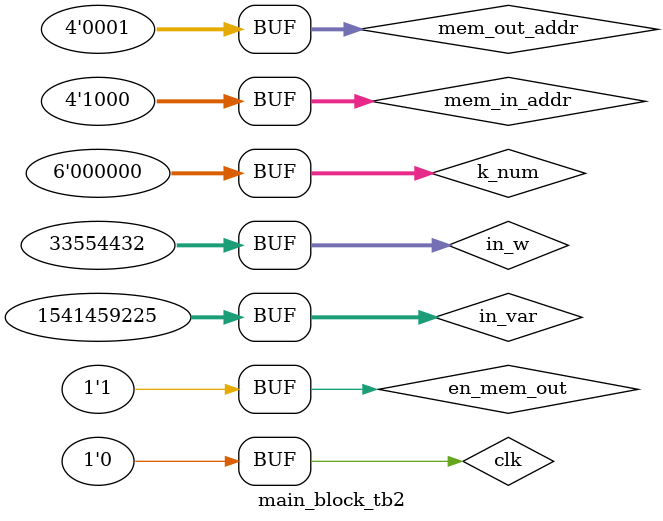
<source format=v>
`timescale 1ns / 1ps


module main_block_tb2;

	// Inputs
	reg [31:0] in_var;
	reg [31:0] in_w;
	reg [5:0] k_num;
	reg [3:0] mem_in_addr;
	reg [3:0] mem_out_addr;
	reg en_mem_out;
	reg clk;

	// Outputs
	wire [31:0] out_var;

	// Instantiate the Unit Under Test (UUT)
	main_block uut (
		.in_var(in_var), 
		.in_w(in_w), 
		.out_var(out_var), 
		.k_num(k_num), 
		.mem_in_addr(mem_in_addr), 
		.mem_out_addr(mem_out_addr), 
		.en_mem_out(en_mem_out), 
		.clk(clk)
	);

	initial begin
		// Initialize Inputs
		in_var = 0;
		in_w = 32'h02000000;
		k_num = 0;
		mem_in_addr = 0;
		mem_out_addr = 0;
		en_mem_out = 0;
		clk = 0;
		#100;
		clk = 1;
		#100;
		clk = 0;
		#100; 
		
		// A
		in_var = 32'h6a09e667;
		mem_in_addr = 1;
		mem_out_addr = 1;
		en_mem_out = 0;
		clk = 1;
		#100;
		clk = 0;
		#100;
		
		// B
		in_var = 32'hbb67ae85;
		mem_in_addr = 2;
		mem_out_addr = 2;
		en_mem_out = 0;
		clk = 1;
		#100;
		clk = 0;
		#100; 
		
		// C
		in_var = 32'h3c6ef372;
		mem_in_addr = 3;
		mem_out_addr = 3;
		en_mem_out = 0;
		clk = 1;
		#100;
		clk = 0;
		#100; 
		
		// D
		in_var = 32'ha54ff53a;
		mem_in_addr = 4;
		mem_out_addr = 4;
		en_mem_out = 0;
		clk = 1;
		#100;
		clk = 0;
		#100;
		
		// E
		in_var = 32'h510e527f;
		mem_in_addr = 5;
		mem_out_addr = 5;
		en_mem_out = 0;
		clk = 1;
		#100;
		clk = 0;
		#100;
		
		// F
		in_var = 32'h9b05688c;
		mem_in_addr = 6;
		mem_out_addr = 6;
		en_mem_out = 0;
		clk = 1;
		#100;
		clk = 0;
		#100;
		
		// G
		in_var = 32'h1f83d9ab;
		mem_in_addr = 7;
		mem_out_addr = 7;
		en_mem_out = 0;
		clk = 1;
		#100;
		clk = 0;
		#100;
		
		// H
		in_var = 32'h5be0cd19;
		mem_in_addr = 8;
		mem_out_addr = 8;
		en_mem_out = 0;
		clk = 1;
		#100;
		clk = 0;
		#100;
		
		// output
		mem_out_addr = 1;
		en_mem_out = 1;
		clk = 1;
		#100;
		clk = 0;
		#100;
		clk = 1;
		#100;
		clk = 0;
		#100;

	end
      
endmodule


</source>
